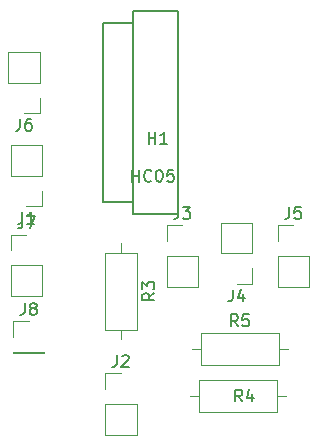
<source format=gto>
G04 #@! TF.GenerationSoftware,KiCad,Pcbnew,7.0.1*
G04 #@! TF.CreationDate,2023-04-18T09:12:00+08:00*
G04 #@! TF.ProjectId,Front Control Panel,46726f6e-7420-4436-9f6e-74726f6c2050,rev?*
G04 #@! TF.SameCoordinates,Original*
G04 #@! TF.FileFunction,Legend,Top*
G04 #@! TF.FilePolarity,Positive*
%FSLAX46Y46*%
G04 Gerber Fmt 4.6, Leading zero omitted, Abs format (unit mm)*
G04 Created by KiCad (PCBNEW 7.0.1) date 2023-04-18 09:12:00*
%MOMM*%
%LPD*%
G01*
G04 APERTURE LIST*
%ADD10C,0.150000*%
%ADD11C,0.120000*%
%ADD12C,0.127000*%
G04 APERTURE END LIST*
D10*
X98666666Y-76592619D02*
X98666666Y-77306904D01*
X98666666Y-77306904D02*
X98619047Y-77449761D01*
X98619047Y-77449761D02*
X98523809Y-77545000D01*
X98523809Y-77545000D02*
X98380952Y-77592619D01*
X98380952Y-77592619D02*
X98285714Y-77592619D01*
X99571428Y-76925952D02*
X99571428Y-77592619D01*
X99333333Y-76545000D02*
X99095238Y-77259285D01*
X99095238Y-77259285D02*
X99714285Y-77259285D01*
X80866666Y-70392619D02*
X80866666Y-71106904D01*
X80866666Y-71106904D02*
X80819047Y-71249761D01*
X80819047Y-71249761D02*
X80723809Y-71345000D01*
X80723809Y-71345000D02*
X80580952Y-71392619D01*
X80580952Y-71392619D02*
X80485714Y-71392619D01*
X81247619Y-70392619D02*
X81914285Y-70392619D01*
X81914285Y-70392619D02*
X81485714Y-71392619D01*
X81066666Y-77732619D02*
X81066666Y-78446904D01*
X81066666Y-78446904D02*
X81019047Y-78589761D01*
X81019047Y-78589761D02*
X80923809Y-78685000D01*
X80923809Y-78685000D02*
X80780952Y-78732619D01*
X80780952Y-78732619D02*
X80685714Y-78732619D01*
X81685714Y-78161190D02*
X81590476Y-78113571D01*
X81590476Y-78113571D02*
X81542857Y-78065952D01*
X81542857Y-78065952D02*
X81495238Y-77970714D01*
X81495238Y-77970714D02*
X81495238Y-77923095D01*
X81495238Y-77923095D02*
X81542857Y-77827857D01*
X81542857Y-77827857D02*
X81590476Y-77780238D01*
X81590476Y-77780238D02*
X81685714Y-77732619D01*
X81685714Y-77732619D02*
X81876190Y-77732619D01*
X81876190Y-77732619D02*
X81971428Y-77780238D01*
X81971428Y-77780238D02*
X82019047Y-77827857D01*
X82019047Y-77827857D02*
X82066666Y-77923095D01*
X82066666Y-77923095D02*
X82066666Y-77970714D01*
X82066666Y-77970714D02*
X82019047Y-78065952D01*
X82019047Y-78065952D02*
X81971428Y-78113571D01*
X81971428Y-78113571D02*
X81876190Y-78161190D01*
X81876190Y-78161190D02*
X81685714Y-78161190D01*
X81685714Y-78161190D02*
X81590476Y-78208809D01*
X81590476Y-78208809D02*
X81542857Y-78256428D01*
X81542857Y-78256428D02*
X81495238Y-78351666D01*
X81495238Y-78351666D02*
X81495238Y-78542142D01*
X81495238Y-78542142D02*
X81542857Y-78637380D01*
X81542857Y-78637380D02*
X81590476Y-78685000D01*
X81590476Y-78685000D02*
X81685714Y-78732619D01*
X81685714Y-78732619D02*
X81876190Y-78732619D01*
X81876190Y-78732619D02*
X81971428Y-78685000D01*
X81971428Y-78685000D02*
X82019047Y-78637380D01*
X82019047Y-78637380D02*
X82066666Y-78542142D01*
X82066666Y-78542142D02*
X82066666Y-78351666D01*
X82066666Y-78351666D02*
X82019047Y-78256428D01*
X82019047Y-78256428D02*
X81971428Y-78208809D01*
X81971428Y-78208809D02*
X81876190Y-78161190D01*
X99113333Y-79692619D02*
X98780000Y-79216428D01*
X98541905Y-79692619D02*
X98541905Y-78692619D01*
X98541905Y-78692619D02*
X98922857Y-78692619D01*
X98922857Y-78692619D02*
X99018095Y-78740238D01*
X99018095Y-78740238D02*
X99065714Y-78787857D01*
X99065714Y-78787857D02*
X99113333Y-78883095D01*
X99113333Y-78883095D02*
X99113333Y-79025952D01*
X99113333Y-79025952D02*
X99065714Y-79121190D01*
X99065714Y-79121190D02*
X99018095Y-79168809D01*
X99018095Y-79168809D02*
X98922857Y-79216428D01*
X98922857Y-79216428D02*
X98541905Y-79216428D01*
X100018095Y-78692619D02*
X99541905Y-78692619D01*
X99541905Y-78692619D02*
X99494286Y-79168809D01*
X99494286Y-79168809D02*
X99541905Y-79121190D01*
X99541905Y-79121190D02*
X99637143Y-79073571D01*
X99637143Y-79073571D02*
X99875238Y-79073571D01*
X99875238Y-79073571D02*
X99970476Y-79121190D01*
X99970476Y-79121190D02*
X100018095Y-79168809D01*
X100018095Y-79168809D02*
X100065714Y-79264047D01*
X100065714Y-79264047D02*
X100065714Y-79502142D01*
X100065714Y-79502142D02*
X100018095Y-79597380D01*
X100018095Y-79597380D02*
X99970476Y-79645000D01*
X99970476Y-79645000D02*
X99875238Y-79692619D01*
X99875238Y-79692619D02*
X99637143Y-79692619D01*
X99637143Y-79692619D02*
X99541905Y-79645000D01*
X99541905Y-79645000D02*
X99494286Y-79597380D01*
X80866666Y-69992619D02*
X80866666Y-70706904D01*
X80866666Y-70706904D02*
X80819047Y-70849761D01*
X80819047Y-70849761D02*
X80723809Y-70945000D01*
X80723809Y-70945000D02*
X80580952Y-70992619D01*
X80580952Y-70992619D02*
X80485714Y-70992619D01*
X81866666Y-70992619D02*
X81295238Y-70992619D01*
X81580952Y-70992619D02*
X81580952Y-69992619D01*
X81580952Y-69992619D02*
X81485714Y-70135476D01*
X81485714Y-70135476D02*
X81390476Y-70230714D01*
X81390476Y-70230714D02*
X81295238Y-70278333D01*
X80666666Y-62132619D02*
X80666666Y-62846904D01*
X80666666Y-62846904D02*
X80619047Y-62989761D01*
X80619047Y-62989761D02*
X80523809Y-63085000D01*
X80523809Y-63085000D02*
X80380952Y-63132619D01*
X80380952Y-63132619D02*
X80285714Y-63132619D01*
X81571428Y-62132619D02*
X81380952Y-62132619D01*
X81380952Y-62132619D02*
X81285714Y-62180238D01*
X81285714Y-62180238D02*
X81238095Y-62227857D01*
X81238095Y-62227857D02*
X81142857Y-62370714D01*
X81142857Y-62370714D02*
X81095238Y-62561190D01*
X81095238Y-62561190D02*
X81095238Y-62942142D01*
X81095238Y-62942142D02*
X81142857Y-63037380D01*
X81142857Y-63037380D02*
X81190476Y-63085000D01*
X81190476Y-63085000D02*
X81285714Y-63132619D01*
X81285714Y-63132619D02*
X81476190Y-63132619D01*
X81476190Y-63132619D02*
X81571428Y-63085000D01*
X81571428Y-63085000D02*
X81619047Y-63037380D01*
X81619047Y-63037380D02*
X81666666Y-62942142D01*
X81666666Y-62942142D02*
X81666666Y-62704047D01*
X81666666Y-62704047D02*
X81619047Y-62608809D01*
X81619047Y-62608809D02*
X81571428Y-62561190D01*
X81571428Y-62561190D02*
X81476190Y-62513571D01*
X81476190Y-62513571D02*
X81285714Y-62513571D01*
X81285714Y-62513571D02*
X81190476Y-62561190D01*
X81190476Y-62561190D02*
X81142857Y-62608809D01*
X81142857Y-62608809D02*
X81095238Y-62704047D01*
X91543095Y-64252619D02*
X91543095Y-63252619D01*
X91543095Y-63728809D02*
X92114523Y-63728809D01*
X92114523Y-64252619D02*
X92114523Y-63252619D01*
X93114523Y-64252619D02*
X92543095Y-64252619D01*
X92828809Y-64252619D02*
X92828809Y-63252619D01*
X92828809Y-63252619D02*
X92733571Y-63395476D01*
X92733571Y-63395476D02*
X92638333Y-63490714D01*
X92638333Y-63490714D02*
X92543095Y-63538333D01*
X90166905Y-67452619D02*
X90166905Y-66452619D01*
X90166905Y-66928809D02*
X90738333Y-66928809D01*
X90738333Y-67452619D02*
X90738333Y-66452619D01*
X91785952Y-67357380D02*
X91738333Y-67405000D01*
X91738333Y-67405000D02*
X91595476Y-67452619D01*
X91595476Y-67452619D02*
X91500238Y-67452619D01*
X91500238Y-67452619D02*
X91357381Y-67405000D01*
X91357381Y-67405000D02*
X91262143Y-67309761D01*
X91262143Y-67309761D02*
X91214524Y-67214523D01*
X91214524Y-67214523D02*
X91166905Y-67024047D01*
X91166905Y-67024047D02*
X91166905Y-66881190D01*
X91166905Y-66881190D02*
X91214524Y-66690714D01*
X91214524Y-66690714D02*
X91262143Y-66595476D01*
X91262143Y-66595476D02*
X91357381Y-66500238D01*
X91357381Y-66500238D02*
X91500238Y-66452619D01*
X91500238Y-66452619D02*
X91595476Y-66452619D01*
X91595476Y-66452619D02*
X91738333Y-66500238D01*
X91738333Y-66500238D02*
X91785952Y-66547857D01*
X92405000Y-66452619D02*
X92500238Y-66452619D01*
X92500238Y-66452619D02*
X92595476Y-66500238D01*
X92595476Y-66500238D02*
X92643095Y-66547857D01*
X92643095Y-66547857D02*
X92690714Y-66643095D01*
X92690714Y-66643095D02*
X92738333Y-66833571D01*
X92738333Y-66833571D02*
X92738333Y-67071666D01*
X92738333Y-67071666D02*
X92690714Y-67262142D01*
X92690714Y-67262142D02*
X92643095Y-67357380D01*
X92643095Y-67357380D02*
X92595476Y-67405000D01*
X92595476Y-67405000D02*
X92500238Y-67452619D01*
X92500238Y-67452619D02*
X92405000Y-67452619D01*
X92405000Y-67452619D02*
X92309762Y-67405000D01*
X92309762Y-67405000D02*
X92262143Y-67357380D01*
X92262143Y-67357380D02*
X92214524Y-67262142D01*
X92214524Y-67262142D02*
X92166905Y-67071666D01*
X92166905Y-67071666D02*
X92166905Y-66833571D01*
X92166905Y-66833571D02*
X92214524Y-66643095D01*
X92214524Y-66643095D02*
X92262143Y-66547857D01*
X92262143Y-66547857D02*
X92309762Y-66500238D01*
X92309762Y-66500238D02*
X92405000Y-66452619D01*
X93643095Y-66452619D02*
X93166905Y-66452619D01*
X93166905Y-66452619D02*
X93119286Y-66928809D01*
X93119286Y-66928809D02*
X93166905Y-66881190D01*
X93166905Y-66881190D02*
X93262143Y-66833571D01*
X93262143Y-66833571D02*
X93500238Y-66833571D01*
X93500238Y-66833571D02*
X93595476Y-66881190D01*
X93595476Y-66881190D02*
X93643095Y-66928809D01*
X93643095Y-66928809D02*
X93690714Y-67024047D01*
X93690714Y-67024047D02*
X93690714Y-67262142D01*
X93690714Y-67262142D02*
X93643095Y-67357380D01*
X93643095Y-67357380D02*
X93595476Y-67405000D01*
X93595476Y-67405000D02*
X93500238Y-67452619D01*
X93500238Y-67452619D02*
X93262143Y-67452619D01*
X93262143Y-67452619D02*
X93166905Y-67405000D01*
X93166905Y-67405000D02*
X93119286Y-67357380D01*
X88866666Y-82132619D02*
X88866666Y-82846904D01*
X88866666Y-82846904D02*
X88819047Y-82989761D01*
X88819047Y-82989761D02*
X88723809Y-83085000D01*
X88723809Y-83085000D02*
X88580952Y-83132619D01*
X88580952Y-83132619D02*
X88485714Y-83132619D01*
X89295238Y-82227857D02*
X89342857Y-82180238D01*
X89342857Y-82180238D02*
X89438095Y-82132619D01*
X89438095Y-82132619D02*
X89676190Y-82132619D01*
X89676190Y-82132619D02*
X89771428Y-82180238D01*
X89771428Y-82180238D02*
X89819047Y-82227857D01*
X89819047Y-82227857D02*
X89866666Y-82323095D01*
X89866666Y-82323095D02*
X89866666Y-82418333D01*
X89866666Y-82418333D02*
X89819047Y-82561190D01*
X89819047Y-82561190D02*
X89247619Y-83132619D01*
X89247619Y-83132619D02*
X89866666Y-83132619D01*
X99473333Y-86062619D02*
X99140000Y-85586428D01*
X98901905Y-86062619D02*
X98901905Y-85062619D01*
X98901905Y-85062619D02*
X99282857Y-85062619D01*
X99282857Y-85062619D02*
X99378095Y-85110238D01*
X99378095Y-85110238D02*
X99425714Y-85157857D01*
X99425714Y-85157857D02*
X99473333Y-85253095D01*
X99473333Y-85253095D02*
X99473333Y-85395952D01*
X99473333Y-85395952D02*
X99425714Y-85491190D01*
X99425714Y-85491190D02*
X99378095Y-85538809D01*
X99378095Y-85538809D02*
X99282857Y-85586428D01*
X99282857Y-85586428D02*
X98901905Y-85586428D01*
X100330476Y-85395952D02*
X100330476Y-86062619D01*
X100092381Y-85015000D02*
X99854286Y-85729285D01*
X99854286Y-85729285D02*
X100473333Y-85729285D01*
X92032619Y-76886666D02*
X91556428Y-77219999D01*
X92032619Y-77458094D02*
X91032619Y-77458094D01*
X91032619Y-77458094D02*
X91032619Y-77077142D01*
X91032619Y-77077142D02*
X91080238Y-76981904D01*
X91080238Y-76981904D02*
X91127857Y-76934285D01*
X91127857Y-76934285D02*
X91223095Y-76886666D01*
X91223095Y-76886666D02*
X91365952Y-76886666D01*
X91365952Y-76886666D02*
X91461190Y-76934285D01*
X91461190Y-76934285D02*
X91508809Y-76981904D01*
X91508809Y-76981904D02*
X91556428Y-77077142D01*
X91556428Y-77077142D02*
X91556428Y-77458094D01*
X91032619Y-76553332D02*
X91032619Y-75934285D01*
X91032619Y-75934285D02*
X91413571Y-76267618D01*
X91413571Y-76267618D02*
X91413571Y-76124761D01*
X91413571Y-76124761D02*
X91461190Y-76029523D01*
X91461190Y-76029523D02*
X91508809Y-75981904D01*
X91508809Y-75981904D02*
X91604047Y-75934285D01*
X91604047Y-75934285D02*
X91842142Y-75934285D01*
X91842142Y-75934285D02*
X91937380Y-75981904D01*
X91937380Y-75981904D02*
X91985000Y-76029523D01*
X91985000Y-76029523D02*
X92032619Y-76124761D01*
X92032619Y-76124761D02*
X92032619Y-76410475D01*
X92032619Y-76410475D02*
X91985000Y-76505713D01*
X91985000Y-76505713D02*
X91937380Y-76553332D01*
X94066666Y-69592619D02*
X94066666Y-70306904D01*
X94066666Y-70306904D02*
X94019047Y-70449761D01*
X94019047Y-70449761D02*
X93923809Y-70545000D01*
X93923809Y-70545000D02*
X93780952Y-70592619D01*
X93780952Y-70592619D02*
X93685714Y-70592619D01*
X94447619Y-69592619D02*
X95066666Y-69592619D01*
X95066666Y-69592619D02*
X94733333Y-69973571D01*
X94733333Y-69973571D02*
X94876190Y-69973571D01*
X94876190Y-69973571D02*
X94971428Y-70021190D01*
X94971428Y-70021190D02*
X95019047Y-70068809D01*
X95019047Y-70068809D02*
X95066666Y-70164047D01*
X95066666Y-70164047D02*
X95066666Y-70402142D01*
X95066666Y-70402142D02*
X95019047Y-70497380D01*
X95019047Y-70497380D02*
X94971428Y-70545000D01*
X94971428Y-70545000D02*
X94876190Y-70592619D01*
X94876190Y-70592619D02*
X94590476Y-70592619D01*
X94590476Y-70592619D02*
X94495238Y-70545000D01*
X94495238Y-70545000D02*
X94447619Y-70497380D01*
X103466666Y-69592619D02*
X103466666Y-70306904D01*
X103466666Y-70306904D02*
X103419047Y-70449761D01*
X103419047Y-70449761D02*
X103323809Y-70545000D01*
X103323809Y-70545000D02*
X103180952Y-70592619D01*
X103180952Y-70592619D02*
X103085714Y-70592619D01*
X104419047Y-69592619D02*
X103942857Y-69592619D01*
X103942857Y-69592619D02*
X103895238Y-70068809D01*
X103895238Y-70068809D02*
X103942857Y-70021190D01*
X103942857Y-70021190D02*
X104038095Y-69973571D01*
X104038095Y-69973571D02*
X104276190Y-69973571D01*
X104276190Y-69973571D02*
X104371428Y-70021190D01*
X104371428Y-70021190D02*
X104419047Y-70068809D01*
X104419047Y-70068809D02*
X104466666Y-70164047D01*
X104466666Y-70164047D02*
X104466666Y-70402142D01*
X104466666Y-70402142D02*
X104419047Y-70497380D01*
X104419047Y-70497380D02*
X104371428Y-70545000D01*
X104371428Y-70545000D02*
X104276190Y-70592619D01*
X104276190Y-70592619D02*
X104038095Y-70592619D01*
X104038095Y-70592619D02*
X103942857Y-70545000D01*
X103942857Y-70545000D02*
X103895238Y-70497380D01*
D11*
X100330000Y-76130000D02*
X99000000Y-76130000D01*
X100330000Y-74800000D02*
X100330000Y-76130000D01*
X100330000Y-73530000D02*
X100330000Y-70930000D01*
X100330000Y-73530000D02*
X97670000Y-73530000D01*
X100330000Y-70930000D02*
X97670000Y-70930000D01*
X97670000Y-73530000D02*
X97670000Y-70930000D01*
X79870000Y-71930000D02*
X81200000Y-71930000D01*
X79870000Y-73260000D02*
X79870000Y-71930000D01*
X79870000Y-74530000D02*
X79870000Y-77130000D01*
X79870000Y-74530000D02*
X82530000Y-74530000D01*
X79870000Y-77130000D02*
X82530000Y-77130000D01*
X82530000Y-74530000D02*
X82530000Y-77130000D01*
X80070000Y-79270000D02*
X81400000Y-79270000D01*
X80070000Y-80600000D02*
X80070000Y-79270000D01*
X80070000Y-81870000D02*
X80070000Y-81930000D01*
X80070000Y-81870000D02*
X82730000Y-81870000D01*
X80070000Y-81930000D02*
X82730000Y-81930000D01*
X82730000Y-81870000D02*
X82730000Y-81930000D01*
X95240000Y-81600000D02*
X96010000Y-81600000D01*
X96010000Y-80230000D02*
X96010000Y-82970000D01*
X96010000Y-82970000D02*
X102550000Y-82970000D01*
X102550000Y-80230000D02*
X96010000Y-80230000D01*
X102550000Y-82970000D02*
X102550000Y-80230000D01*
X103320000Y-81600000D02*
X102550000Y-81600000D01*
X82530000Y-69530000D02*
X81200000Y-69530000D01*
X82530000Y-68200000D02*
X82530000Y-69530000D01*
X82530000Y-66930000D02*
X82530000Y-64330000D01*
X82530000Y-66930000D02*
X79870000Y-66930000D01*
X82530000Y-64330000D02*
X79870000Y-64330000D01*
X79870000Y-66930000D02*
X79870000Y-64330000D01*
X82330000Y-61670000D02*
X81000000Y-61670000D01*
X82330000Y-60340000D02*
X82330000Y-61670000D01*
X82330000Y-59070000D02*
X82330000Y-56470000D01*
X82330000Y-59070000D02*
X79670000Y-59070000D01*
X82330000Y-56470000D02*
X79670000Y-56470000D01*
X79670000Y-59070000D02*
X79670000Y-56470000D01*
D12*
X94080000Y-70200000D02*
X94080000Y-53000000D01*
X94080000Y-70200000D02*
X90270000Y-70200000D01*
X90270000Y-70200000D02*
X90270000Y-53000000D01*
X90270000Y-66470000D02*
X90270000Y-56310000D01*
X90270000Y-54000000D02*
X87730000Y-54000000D01*
X90270000Y-53000000D02*
X94080000Y-53000000D01*
X87730000Y-69200000D02*
X90270000Y-69200000D01*
X87730000Y-54000000D02*
X87730000Y-69200000D01*
D11*
X87870000Y-83670000D02*
X89200000Y-83670000D01*
X87870000Y-85000000D02*
X87870000Y-83670000D01*
X87870000Y-86270000D02*
X87870000Y-88870000D01*
X87870000Y-86270000D02*
X90530000Y-86270000D01*
X87870000Y-88870000D02*
X90530000Y-88870000D01*
X90530000Y-86270000D02*
X90530000Y-88870000D01*
X103160000Y-85600000D02*
X102390000Y-85600000D01*
X102390000Y-86970000D02*
X102390000Y-84230000D01*
X102390000Y-84230000D02*
X95850000Y-84230000D01*
X95850000Y-86970000D02*
X102390000Y-86970000D01*
X95850000Y-84230000D02*
X95850000Y-86970000D01*
X95080000Y-85600000D02*
X95850000Y-85600000D01*
X89200000Y-72680000D02*
X89200000Y-73450000D01*
X90570000Y-73450000D02*
X87830000Y-73450000D01*
X87830000Y-73450000D02*
X87830000Y-79990000D01*
X90570000Y-79990000D02*
X90570000Y-73450000D01*
X87830000Y-79990000D02*
X90570000Y-79990000D01*
X89200000Y-80760000D02*
X89200000Y-79990000D01*
X93070000Y-71130000D02*
X94400000Y-71130000D01*
X93070000Y-72460000D02*
X93070000Y-71130000D01*
X93070000Y-73730000D02*
X93070000Y-76330000D01*
X93070000Y-73730000D02*
X95730000Y-73730000D01*
X93070000Y-76330000D02*
X95730000Y-76330000D01*
X95730000Y-73730000D02*
X95730000Y-76330000D01*
X102470000Y-71130000D02*
X103800000Y-71130000D01*
X102470000Y-72460000D02*
X102470000Y-71130000D01*
X102470000Y-73730000D02*
X102470000Y-76330000D01*
X102470000Y-73730000D02*
X105130000Y-73730000D01*
X102470000Y-76330000D02*
X105130000Y-76330000D01*
X105130000Y-73730000D02*
X105130000Y-76330000D01*
M02*

</source>
